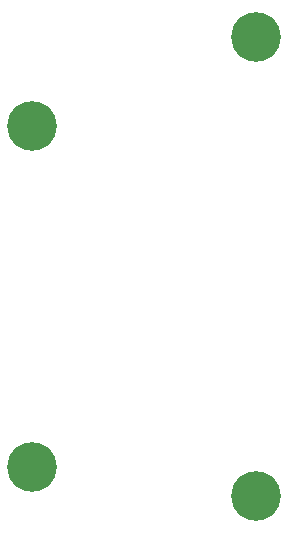
<source format=gbr>
G04*
G04 #@! TF.GenerationSoftware,Altium Limited,Altium Designer,24.9.1 (31)*
G04*
G04 Layer_Color=8388736*
%FSLAX44Y44*%
%MOMM*%
G71*
G04*
G04 #@! TF.SameCoordinates,E7EBA232-3E41-4796-8E0E-ADA696DDDB0D*
G04*
G04*
G04 #@! TF.FilePolarity,Negative*
G04*
G01*
G75*
%ADD10C,4.2032*%
D10*
X215000Y439000D02*
D03*
X25000Y364000D02*
D03*
Y75000D02*
D03*
X215000Y50000D02*
D03*
M02*

</source>
